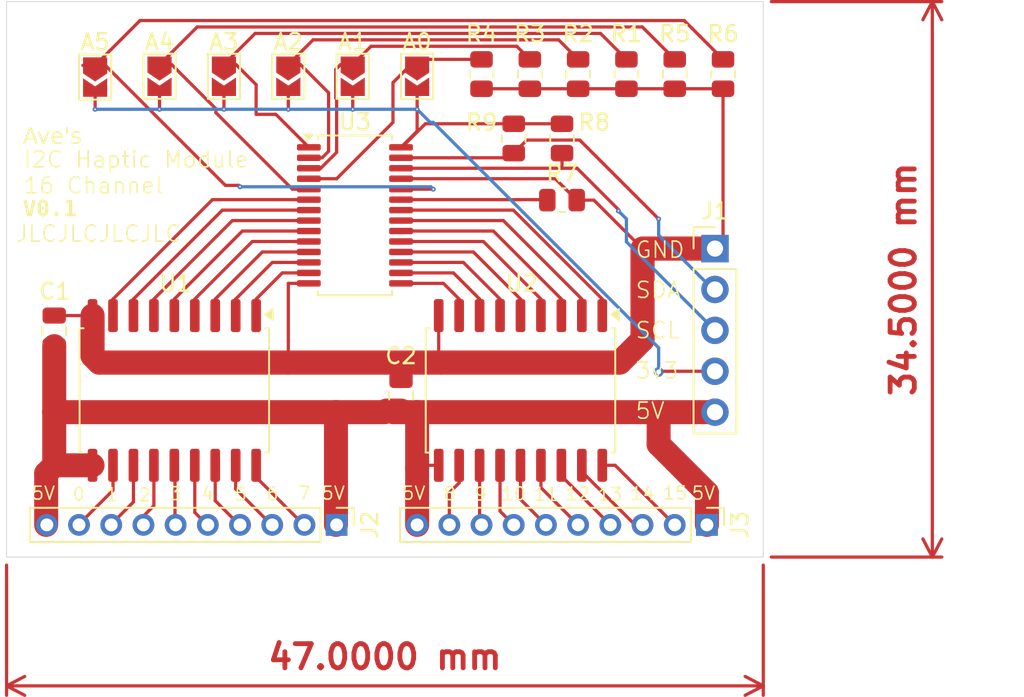
<source format=kicad_pcb>
(kicad_pcb (version 20240108) (generator "pcbnew") (generator_version "8.0")
  (layers (0 "F.Cu" signal) (31 "B.Cu" signal) (34 "B.Paste" user) (35 "F.Paste" user) (36 "B.SilkS" user "B.Silkscreen") (37 "F.SilkS" user "F.Silkscreen") (38 "B.Mask" user) (39 "F.Mask" user) (44 "Edge.Cuts" user))
  (net 0 "")
  (net 1 "MCU_GND")
  (net 2 "MCU_5V+")
  (net 3 "MCU_SCL")
  (net 4 "MCU_3V3+")
  (net 5 "MCU_SDA")
  (net 6 "/M0")
  (net 7 "/M2")
  (net 8 "/M3")
  (net 9 "/M1")
  (net 10 "/M10")
  (net 11 "/M11")
  (net 12 "/M9")
  (net 13 "/M8")
  (net 14 "Net-(U3-~{OE})")
  (net 15 "/M5")
  (net 16 "/M4")
  (net 17 "/Signal3")
  (net 18 "/M6")
  (net 19 "/Signal5")
  (net 20 "/Signal6")
  (net 21 "/Signal1")
  (net 22 "/Signal4")
  (net 23 "/Signal2")
  (net 24 "/Signal7")
  (net 25 "/Signal0")
  (net 26 "/M7")
  (net 27 "/M13")
  (net 28 "/Signal9")
  (net 29 "/Signal14")
  (net 30 "/Signal12")
  (net 31 "/Signal11")
  (net 32 "/Signal13")
  (net 33 "/Signal10")
  (net 34 "/M15")
  (net 35 "/M12")
  (net 36 "/Signal15")
  (net 37 "/M14")
  (net 38 "/Signal8")
  (net 39 "Net-(A0-A)")
  (net 40 "Net-(A1-A)")
  (net 41 "Net-(A2-A)")
  (net 42 "Net-(A3-A)")
  (net 43 "Net-(A4-A)")
  (net 44 "Net-(A5-A)")
  (footprint "Package_SO:SOIC-18W_7.5x11.6mm_P1.27mm" (layer "F.Cu") (at 90.42 136.65 -90)
    (property "Reference" "U1" (at -6.65 -0.08 180) (layer "F.SilkS"))
    (property "Value" "ULN2803A")
    (pad "1" smd roundrect (at -4.65 -5.08 270) (size 2.05 0.6) (layers "F.Cu" "F.Paste" "F.Mask") (net 24 "/Signal7"))
    (pad "2" smd roundrect (at -4.65 -3.81 270) (size 2.05 0.6) (layers "F.Cu" "F.Paste" "F.Mask") (net 20 "/Signal6"))
    (pad "3" smd roundrect (at -4.65 -2.54 270) (size 2.05 0.6) (layers "F.Cu" "F.Paste" "F.Mask") (net 19 "/Signal5"))
    (pad "4" smd roundrect (at -4.65 -1.27 270) (size 2.05 0.6) (layers "F.Cu" "F.Paste" "F.Mask") (net 22 "/Signal4"))
    (pad "5" smd roundrect (at -4.65 0 270) (size 2.05 0.6) (layers "F.Cu" "F.Paste" "F.Mask") (net 17 "/Signal3"))
    (pad "6" smd roundrect (at -4.65 1.27 270) (size 2.05 0.6) (layers "F.Cu" "F.Paste" "F.Mask") (net 23 "/Signal2"))
    (pad "7" smd roundrect (at -4.65 2.54 270) (size 2.05 0.6) (layers "F.Cu" "F.Paste" "F.Mask") (net 21 "/Signal1"))
    (pad "8" smd roundrect (at -4.65 3.81 270) (size 2.05 0.6) (layers "F.Cu" "F.Paste" "F.Mask") (net 25 "/Signal0"))
    (pad "9" smd roundrect (at -4.65 5.08 270) (size 2.05 0.6) (layers "F.Cu" "F.Paste" "F.Mask") (net 1 "MCU_GND"))
    (pad "10" smd roundrect (at 4.65 5.08 270) (size 2.05 0.6) (layers "F.Cu" "F.Paste" "F.Mask") (net 2 "MCU_5V+"))
    (pad "11" smd roundrect (at 4.65 3.81 270) (size 2.05 0.6) (layers "F.Cu" "F.Paste" "F.Mask") (net 6 "/M0"))
    (pad "12" smd roundrect (at 4.65 2.54 270) (size 2.05 0.6) (layers "F.Cu" "F.Paste" "F.Mask") (net 9 "/M1"))
    (pad "13" smd roundrect (at 4.65 1.27 270) (size 2.05 0.6) (layers "F.Cu" "F.Paste" "F.Mask") (net 7 "/M2"))
    (pad "14" smd roundrect (at 4.65 0 270) (size 2.05 0.6) (layers "F.Cu" "F.Paste" "F.Mask") (net 8 "/M3"))
    (pad "15" smd roundrect (at 4.65 -1.27 270) (size 2.05 0.6) (layers "F.Cu" "F.Paste" "F.Mask") (net 16 "/M4"))
    (pad "16" smd roundrect (at 4.65 -2.54 270) (size 2.05 0.6) (layers "F.Cu" "F.Paste" "F.Mask") (net 15 "/M5"))
    (pad "17" smd roundrect (at 4.65 -3.81 270) (size 2.05 0.6) (layers "F.Cu" "F.Paste" "F.Mask") (net 18 "/M6"))
    (pad "18" smd roundrect (at 4.65 -5.08 270) (size 2.05 0.6) (layers "F.Cu" "F.Paste" "F.Mask") (net 26 "/M7"))
  )
  (footprint "Resistor_SMD:R_0805_2012Metric" (layer "F.Cu") (at 111.5 121 -90)
    (property "Reference" "R9" (at -1 2 180) (layer "F.SilkS"))
    (property "Value" "1k")
    (pad "1" smd roundrect (at -0.9125 0 270) (size 1.025 1.4) (layers "F.Cu" "F.Paste" "F.Mask") (roundrect_rratio 0.243902) (net 4 "MCU_3V3+"))
    (pad "2" smd roundrect (at 0.9125 0 270) (size 1.025 1.4) (layers "F.Cu" "F.Paste" "F.Mask") (roundrect_rratio 0.243902) (net 5 "MCU_SDA"))
  )
  (footprint "Connector_PinHeader_2.00mm:PinHeader_1x10_P2.00mm_Vertical" (layer "F.Cu") (at 123.5 145 -90)
    (property "Reference" "J3" (at 0 -2.06 90) (layer "F.SilkS"))
    (property "Value" "JST_XH_FEMALE_1")
    (pad "1" thru_hole rect (at 0 0 270) (size 1.35 1.35) (drill 0.8) (layers "*.Cu" "*.Mask") (net 2 "MCU_5V+"))
    (pad "2" thru_hole oval (at 0 2 270) (size 1.35 1.35) (drill 0.8) (layers "*.Cu" "*.Mask") (net 34 "/M15"))
    (pad "3" thru_hole oval (at 0 4 270) (size 1.35 1.35) (drill 0.8) (layers "*.Cu" "*.Mask") (net 37 "/M14"))
    (pad "4" thru_hole oval (at 0 6 270) (size 1.35 1.35) (drill 0.8) (layers "*.Cu" "*.Mask") (net 27 "/M13"))
    (pad "5" thru_hole oval (at 0 8 270) (size 1.35 1.35) (drill 0.8) (layers "*.Cu" "*.Mask") (net 35 "/M12"))
    (pad "6" thru_hole oval (at 0 10 270) (size 1.35 1.35) (drill 0.8) (layers "*.Cu" "*.Mask") (net 11 "/M11"))
    (pad "7" thru_hole oval (at 0 12 270) (size 1.35 1.35) (drill 0.8) (layers "*.Cu" "*.Mask") (net 10 "/M10"))
    (pad "8" thru_hole oval (at 0 14 270) (size 1.35 1.35) (drill 0.8) (layers "*.Cu" "*.Mask") (net 12 "/M9"))
    (pad "9" thru_hole oval (at 0 16 270) (size 1.35 1.35) (drill 0.8) (layers "*.Cu" "*.Mask") (net 13 "/M8"))
    (pad "10" thru_hole oval (at 0 18 270) (size 1.35 1.35) (drill 0.8) (layers "*.Cu" "*.Mask") (net 2 "MCU_5V+"))
  )
  (footprint "Resistor_SMD:R_0805_2012Metric" (layer "F.Cu") (at 121.5 117 -90)
    (property "Reference" "R5" (at -2.5 0 180) (layer "F.SilkS"))
    (property "Value" "10k")
    (pad "1" smd roundrect (at -0.9125 0 270) (size 1.025 1.4) (layers "F.Cu" "F.Paste" "F.Mask") (roundrect_rratio 0.243902) (net 43 "Net-(A4-A)"))
    (pad "2" smd roundrect (at 0.9125 0 270) (size 1.025 1.4) (layers "F.Cu" "F.Paste" "F.Mask") (roundrect_rratio 0.243902) (net 1 "MCU_GND"))
  )
  (footprint "Jumper:SolderJumper-2_P1.3mm_Open_TrianglePad1.0x1.5mm" (layer "F.Cu") (at 97.5 117.1375 -90)
    (property "Reference" "A2" (at -2.1375 0 0) (layer "F.SilkS"))
    (property "Value" "A0")
    (pad "1" smd custom (at -0.725 0 270) (size 0.3 0.3) (layers "F.Cu" "F.Mask") (net 41 "Net-(A2-A)") (options (clearance outline) (anchor rect)) (primitives (gr_poly (pts (xy 1 0) (xy 0.5 0.75) (xy -0.5 0.75) (xy -0.5 -0.75) (xy 0.5 -0.75)) (width 0) (fill yes))))
    (pad "2" smd custom (at 0.725 0 270) (size 0.3 0.3) (layers "F.Cu" "F.Mask") (net 4 "MCU_3V3+") (options (clearance outline) (anchor rect)) (primitives (gr_poly (pts (xy 0.5 0.75) (xy -0.65 0.75) (xy -0.15 0) (xy -0.65 -0.75) (xy 0.5 -0.75)) (width 0) (fill yes))))
  )
  (footprint "Jumper:SolderJumper-2_P1.3mm_Open_TrianglePad1.0x1.5mm" (layer "F.Cu") (at 105.5 117.1375 -90)
    (property "Reference" "A0" (at -2.1375 0 360) (layer "F.SilkS"))
    (property "Value" "A0")
    (pad "1" smd custom (at -0.725 0 270) (size 0.3 0.3) (layers "F.Cu" "F.Mask") (net 39 "Net-(A0-A)") (options (clearance outline) (anchor rect)) (primitives (gr_poly (pts (xy 1 0) (xy 0.5 0.75) (xy -0.5 0.75) (xy -0.5 -0.75) (xy 0.5 -0.75)) (width 0) (fill yes))))
    (pad "2" smd custom (at 0.725 0 270) (size 0.3 0.3) (layers "F.Cu" "F.Mask") (net 4 "MCU_3V3+") (options (clearance outline) (anchor rect)) (primitives (gr_poly (pts (xy 0.5 0.75) (xy -0.65 0.75) (xy -0.15 0) (xy -0.65 -0.75) (xy 0.5 -0.75)) (width 0) (fill yes))))
  )
  (footprint "Resistor_SMD:R_0805_2012Metric" (layer "F.Cu") (at 109.5 117 -90)
    (property "Reference" "R4" (at -2.5 0 180) (layer "F.SilkS"))
    (property "Value" "10k")
    (pad "1" smd roundrect (at -0.9125 0 270) (size 1.025 1.4) (layers "F.Cu" "F.Paste" "F.Mask") (roundrect_rratio 0.243902) (net 39 "Net-(A0-A)"))
    (pad "2" smd roundrect (at 0.9125 0 270) (size 1.025 1.4) (layers "F.Cu" "F.Paste" "F.Mask") (roundrect_rratio 0.243902) (net 1 "MCU_GND"))
  )
  (footprint "Resistor_SMD:R_0805_2012Metric" (layer "F.Cu") (at 114.498315 124.830109)
    (property "Reference" "R7" (at 0 -1.65 360) (layer "F.SilkS"))
    (property "Value" "10k")
    (pad "1" smd roundrect (at -0.9125 0) (size 1.025 1.4) (layers "F.Cu" "F.Paste" "F.Mask") (roundrect_rratio 0.243902) (net 14 "Net-(U3-~{OE})"))
    (pad "2" smd roundrect (at 0.9125 0) (size 1.025 1.4) (layers "F.Cu" "F.Paste" "F.Mask") (roundrect_rratio 0.243902) (net 1 "MCU_GND"))
  )
  (footprint "Resistor_SMD:R_0805_2012Metric" (layer "F.Cu") (at 124.5 117 -90)
    (property "Reference" "R6" (at -2.5 0 180) (layer "F.SilkS"))
    (property "Value" "10k")
    (pad "1" smd roundrect (at -0.9125 0 270) (size 1.025 1.4) (layers "F.Cu" "F.Paste" "F.Mask") (roundrect_rratio 0.243902) (net 44 "Net-(A5-A)"))
    (pad "2" smd roundrect (at 0.9125 0 270) (size 1.025 1.4) (layers "F.Cu" "F.Paste" "F.Mask") (roundrect_rratio 0.243902) (net 1 "MCU_GND"))
  )
  (footprint "Jumper:SolderJumper-2_P1.3mm_Open_TrianglePad1.0x1.5mm" (layer "F.Cu") (at 85.5 117.1875 -90)
    (property "Reference" "A5" (at -2.1875 0 360) (layer "F.SilkS"))
    (property "Value" "A0")
    (pad "1" smd custom (at -0.725 0 270) (size 0.3 0.3) (layers "F.Cu" "F.Mask") (net 44 "Net-(A5-A)") (options (clearance outline) (anchor rect)) (primitives (gr_poly (pts (xy 1 0) (xy 0.5 0.75) (xy -0.5 0.75) (xy -0.5 -0.75) (xy 0.5 -0.75)) (width 0) (fill yes))))
    (pad "2" smd custom (at 0.725 0 270) (size 0.3 0.3) (layers "F.Cu" "F.Mask") (net 4 "MCU_3V3+") (options (clearance outline) (anchor rect)) (primitives (gr_poly (pts (xy 0.5 0.75) (xy -0.65 0.75) (xy -0.15 0) (xy -0.65 -0.75) (xy 0.5 -0.75)) (width 0) (fill yes))))
  )
  (footprint "Connector_PinHeader_2.00mm:PinHeader_1x10_P2.00mm_Vertical" (layer "F.Cu") (at 100.5 145 -90)
    (property "Reference" "J2" (at 0 -2.06 90) (layer "F.SilkS"))
    (property "Value" "JST_XH_FEMALE")
    (pad "1" thru_hole rect (at 0 0 270) (size 1.35 1.35) (drill 0.8) (layers "*.Cu" "*.Mask") (net 2 "MCU_5V+"))
    (pad "2" thru_hole oval (at 0 2 270) (size 1.35 1.35) (drill 0.8) (layers "*.Cu" "*.Mask") (net 26 "/M7"))
    (pad "3" thru_hole oval (at 0 4 270) (size 1.35 1.35) (drill 0.8) (layers "*.Cu" "*.Mask") (net 18 "/M6"))
    (pad "4" thru_hole oval (at 0 6 270) (size 1.35 1.35) (drill 0.8) (layers "*.Cu" "*.Mask") (net 15 "/M5"))
    (pad "5" thru_hole oval (at 0 8 270) (size 1.35 1.35) (drill 0.8) (layers "*.Cu" "*.Mask") (net 16 "/M4"))
    (pad "6" thru_hole oval (at 0 10 270) (size 1.35 1.35) (drill 0.8) (layers "*.Cu" "*.Mask") (net 8 "/M3"))
    (pad "7" thru_hole oval (at 0 12 270) (size 1.35 1.35) (drill 0.8) (layers "*.Cu" "*.Mask") (net 7 "/M2"))
    (pad "8" thru_hole oval (at 0 14 270) (size 1.35 1.35) (drill 0.8) (layers "*.Cu" "*.Mask") (net 9 "/M1"))
    (pad "9" thru_hole oval (at 0 16 270) (size 1.35 1.35) (drill 0.8) (layers "*.Cu" "*.Mask") (net 6 "/M0"))
    (pad "10" thru_hole oval (at 0 18 270) (size 1.35 1.35) (drill 0.8) (layers "*.Cu" "*.Mask") (net 2 "MCU_5V+"))
  )
  (footprint "Resistor_SMD:R_0805_2012Metric" (layer "F.Cu") (at 115.5 117 -90)
    (property "Reference" "R2" (at -2.5 0 180) (layer "F.SilkS"))
    (property "Value" "10k")
    (pad "1" smd roundrect (at -0.9125 0 270) (size 1.025 1.4) (layers "F.Cu" "F.Paste" "F.Mask") (roundrect_rratio 0.243902) (net 41 "Net-(A2-A)"))
    (pad "2" smd roundrect (at 0.9125 0 270) (size 1.025 1.4) (layers "F.Cu" "F.Paste" "F.Mask") (roundrect_rratio 0.243902) (net 1 "MCU_GND"))
  )
  (footprint "Capacitor_SMD:C_0805_2012Metric" (layer "F.Cu") (at 82.96 132.95 -90)
    (property "Reference" "C1" (at -2.45 -0.04 180) (layer "F.SilkS"))
    (property "Value" "0.1uF")
    (pad "1" smd roundrect (at -0.95 0 270) (size 1 1.45) (layers "F.Cu" "F.Paste" "F.Mask") (net 1 "MCU_GND"))
    (pad "2" smd roundrect (at 0.95 0 270) (size 1 1.45) (layers "F.Cu" "F.Paste" "F.Mask") (net 2 "MCU_5V+"))
  )
  (footprint "Resistor_SMD:R_0805_2012Metric" (layer "F.Cu") (at 118.5 117 -90)
    (property "Reference" "R1" (at -2.5 0 180) (layer "F.SilkS"))
    (property "Value" "10k")
    (pad "1" smd roundrect (at -0.9125 0 270) (size 1.025 1.4) (layers "F.Cu" "F.Paste" "F.Mask") (roundrect_rratio 0.243902) (net 42 "Net-(A3-A)"))
    (pad "2" smd roundrect (at 0.9125 0 270) (size 1.025 1.4) (layers "F.Cu" "F.Paste" "F.Mask") (roundrect_rratio 0.243902) (net 1 "MCU_GND"))
  )
  (footprint "Jumper:SolderJumper-2_P1.3mm_Open_TrianglePad1.0x1.5mm" (layer "F.Cu") (at 101.5 117.1375 -90)
    (property "Reference" "A1" (at -2.1375 0 0) (layer "F.SilkS"))
    (property "Value" "A0")
    (pad "1" smd custom (at -0.725 0 270) (size 0.3 0.3) (layers "F.Cu" "F.Mask") (net 40 "Net-(A1-A)") (options (clearance outline) (anchor rect)) (primitives (gr_poly (pts (xy 1 0) (xy 0.5 0.75) (xy -0.5 0.75) (xy -0.5 -0.75) (xy 0.5 -0.75)) (width 0) (fill yes))))
    (pad "2" smd custom (at 0.725 0 270) (size 0.3 0.3) (layers "F.Cu" "F.Mask") (net 4 "MCU_3V3+") (options (clearance outline) (anchor rect)) (primitives (gr_poly (pts (xy 0.5 0.75) (xy -0.65 0.75) (xy -0.15 0) (xy -0.65 -0.75) (xy 0.5 -0.75)) (width 0) (fill yes))))
  )
  (footprint "Resistor_SMD:R_0805_2012Metric" (layer "F.Cu") (at 114.5 121 -90)
    (property "Reference" "R8" (at -1 -2 180) (layer "F.SilkS"))
    (property "Value" "1k")
    (pad "1" smd roundrect (at -0.9125 0 270) (size 1.025 1.4) (layers "F.Cu" "F.Paste" "F.Mask") (roundrect_rratio 0.243902) (net 4 "MCU_3V3+"))
    (pad "2" smd roundrect (at 0.9125 0 270) (size 1.025 1.4) (layers "F.Cu" "F.Paste" "F.Mask") (roundrect_rratio 0.243902) (net 3 "MCU_SCL"))
  )
  (footprint "Package_SO:TSSOP-28_4.4x9.7mm_P0.65mm" (layer "F.Cu") (at 101.6375 125.775)
    (property "Reference" "U3" (at 0 -5.8 0) (layer "F.SilkS"))
    (property "Value" "PCA9685PW")
    (pad "1" smd roundrect (at -2.8625 -4.225) (size 1.475 0.4) (layers "F.Cu" "F.Paste" "F.Mask") (net 42 "Net-(A3-A)"))
    (pad "2" smd roundrect (at -2.8625 -3.575) (size 1.475 0.4) (layers "F.Cu" "F.Paste" "F.Mask") (net 41 "Net-(A2-A)"))
    (pad "3" smd roundrect (at -2.8625 -2.925) (size 1.475 0.4) (layers "F.Cu" "F.Paste" "F.Mask") (net 40 "Net-(A1-A)"))
    (pad "4" smd roundrect (at -2.8625 -2.275) (size 1.475 0.4) (layers "F.Cu" "F.Paste" "F.Mask") (net 39 "Net-(A0-A)"))
    (pad "5" smd roundrect (at -2.8625 -1.625) (size 1.475 0.4) (layers "F.Cu" "F.Paste" "F.Mask") (net 43 "Net-(A4-A)"))
    (pad "6" smd roundrect (at -2.8625 -0.975) (size 1.475 0.4) (layers "F.Cu" "F.Paste" "F.Mask") (net 25 "/Signal0"))
    (pad "7" smd roundrect (at -2.8625 -0.325) (size 1.475 0.4) (layers "F.Cu" "F.Paste" "F.Mask") (net 21 "/Signal1"))
    (pad "8" smd roundrect (at -2.8625 0.325) (size 1.475 0.4) (layers "F.Cu" "F.Paste" "F.Mask") (net 23 "/Signal2"))
    (pad "9" smd roundrect (at -2.8625 0.975) (size 1.475 0.4) (layers "F.Cu" "F.Paste" "F.Mask") (net 17 "/Signal3"))
    (pad "10" smd roundrect (at -2.8625 1.625) (size 1.475 0.4) (layers "F.Cu" "F.Paste" "F.Mask") (net 22 "/Signal4"))
    (pad "11" smd roundrect (at -2.8625 2.275) (size 1.475 0.4) (layers "F.Cu" "F.Paste" "F.Mask") (net 19 "/Signal5"))
    (pad "12" smd roundrect (at -2.8625 2.925) (size 1.475 0.4) (layers "F.Cu" "F.Paste" "F.Mask") (net 20 "/Signal6"))
    (pad "13" smd roundrect (at -2.8625 3.575) (size 1.475 0.4) (layers "F.Cu" "F.Paste" "F.Mask") (net 24 "/Signal7"))
    (pad "14" smd roundrect (at -2.8625 4.225) (size 1.475 0.4) (layers "F.Cu" "F.Paste" "F.Mask") (net 1 "MCU_GND"))
    (pad "15" smd roundrect (at 2.8625 4.225) (size 1.475 0.4) (layers "F.Cu" "F.Paste" "F.Mask") (net 38 "/Signal8"))
    (pad "16" smd roundrect (at 2.8625 3.575) (size 1.475 0.4) (layers "F.Cu" "F.Paste" "F.Mask") (net 28 "/Signal9"))
    (pad "17" smd roundrect (at 2.8625 2.925) (size 1.475 0.4) (layers "F.Cu" "F.Paste" "F.Mask") (net 33 "/Signal10"))
    (pad "18" smd roundrect (at 2.8625 2.275) (size 1.475 0.4) (layers "F.Cu" "F.Paste" "F.Mask") (net 31 "/Signal11"))
    (pad "19" smd roundrect (at 2.8625 1.625) (size 1.475 0.4) (layers "F.Cu" "F.Paste" "F.Mask") (net 30 "/Signal12"))
    (pad "20" smd roundrect (at 2.8625 0.975) (size 1.475 0.4) (layers "F.Cu" "F.Paste" "F.Mask") (net 32 "/Signal13"))
    (pad "21" smd roundrect (at 2.8625 0.325) (size 1.475 0.4) (layers "F.Cu" "F.Paste" "F.Mask") (net 29 "/Signal14"))
    (pad "22" smd roundrect (at 2.8625 -0.325) (size 1.475 0.4) (layers "F.Cu" "F.Paste" "F.Mask") (net 36 "/Signal15"))
    (pad "23" smd roundrect (at 2.8625 -0.975) (size 1.475 0.4) (layers "F.Cu" "F.Paste" "F.Mask") (net 14 "Net-(U3-~{OE})"))
    (pad "24" smd roundrect (at 2.8625 -1.625) (size 1.475 0.4) (layers "F.Cu" "F.Paste" "F.Mask") (net 44 "Net-(A5-A)"))
    (pad "25" smd roundrect (at 2.8625 -2.275) (size 1.475 0.4) (layers "F.Cu" "F.Paste" "F.Mask") (net 1 "MCU_GND"))
    (pad "26" smd roundrect (at 2.8625 -2.925) (size 1.475 0.4) (layers "F.Cu" "F.Paste" "F.Mask") (net 3 "MCU_SCL"))
    (pad "27" smd roundrect (at 2.8625 -3.575) (size 1.475 0.4) (layers "F.Cu" "F.Paste" "F.Mask") (net 5 "MCU_SDA"))
    (pad "28" smd roundrect (at 2.8625 -4.225) (size 1.475 0.4) (layers "F.Cu" "F.Paste" "F.Mask") (net 4 "MCU_3V3+"))
  )
  (footprint "Resistor_SMD:R_0805_2012Metric" (layer "F.Cu") (at 112.5 117 -90)
    (property "Reference" "R3" (at -2.5 0 180) (layer "F.SilkS"))
    (property "Value" "10k")
    (pad "1" smd roundrect (at -0.9125 0 270) (size 1.025 1.4) (layers "F.Cu" "F.Paste" "F.Mask") (roundrect_rratio 0.243902) (net 40 "Net-(A1-A)"))
    (pad "2" smd roundrect (at 0.9125 0 270) (size 1.025 1.4) (layers "F.Cu" "F.Paste" "F.Mask") (roundrect_rratio 0.243902) (net 1 "MCU_GND"))
  )
  (footprint "Package_SO:SOIC-18W_7.5x11.6mm_P1.27mm" (layer "F.Cu") (at 111.92 136.65 -90)
    (property "Reference" "U2" (at -6.65 -0.08 180) (layer "F.SilkS"))
    (property "Value" "ULN2803A")
    (pad "1" smd roundrect (at -4.65 -5.08 270) (size 2.05 0.6) (layers "F.Cu" "F.Paste" "F.Mask") (net 36 "/Signal15"))
    (pad "2" smd roundrect (at -4.65 -3.81 270) (size 2.05 0.6) (layers "F.Cu" "F.Paste" "F.Mask") (net 29 "/Signal14"))
    (pad "3" smd roundrect (at -4.65 -2.54 270) (size 2.05 0.6) (layers "F.Cu" "F.Paste" "F.Mask") (net 32 "/Signal13"))
    (pad "4" smd roundrect (at -4.65 -1.27 270) (size 2.05 0.6) (layers "F.Cu" "F.Paste" "F.Mask") (net 30 "/Signal12"))
    (pad "5" smd roundrect (at -4.65 0 270) (size 2.05 0.6) (layers "F.Cu" "F.Paste" "F.Mask") (net 31 "/Signal11"))
    (pad "6" smd roundrect (at -4.65 1.27 270) (size 2.05 0.6) (layers "F.Cu" "F.Paste" "F.Mask") (net 33 "/Signal10"))
    (pad "7" smd roundrect (at -4.65 2.54 270) (size 2.05 0.6) (layers "F.Cu" "F.Paste" "F.Mask") (net 28 "/Signal9"))
    (pad "8" smd roundrect (at -4.65 3.81 270) (size 2.05 0.6) (layers "F.Cu" "F.Paste" "F.Mask") (net 38 "/Signal8"))
    (pad "9" smd roundrect (at -4.65 5.08 270) (size 2.05 0.6) (layers "F.Cu" "F.Paste" "F.Mask") (net 1 "MCU_GND"))
    (pad "10" smd roundrect (at 4.65 5.08 270) (size 2.05 0.6) (layers "F.Cu" "F.Paste" "F.Mask") (net 2 "MCU_5V+"))
    (pad "11" smd roundrect (at 4.65 3.81 270) (size 2.05 0.6) (layers "F.Cu" "F.Paste" "F.Mask") (net 13 "/M8"))
    (pad "12" smd roundrect (at 4.65 2.54 270) (size 2.05 0.6) (layers "F.Cu" "F.Paste" "F.Mask") (net 12 "/M9"))
    (pad "13" smd roundrect (at 4.65 1.27 270) (size 2.05 0.6) (layers "F.Cu" "F.Paste" "F.Mask") (net 10 "/M10"))
    (pad "14" smd roundrect (at 4.65 0 270) (size 2.05 0.6) (layers "F.Cu" "F.Paste" "F.Mask") (net 11 "/M11"))
    (pad "15" smd roundrect (at 4.65 -1.27 270) (size 2.05 0.6) (layers "F.Cu" "F.Paste" "F.Mask") (net 35 "/M12"))
    (pad "16" smd roundrect (at 4.65 -2.54 270) (size 2.05 0.6) (layers "F.Cu" "F.Paste" "F.Mask") (net 27 "/M13"))
    (pad "17" smd roundrect (at 4.65 -3.81 270) (size 2.05 0.6) (layers "F.Cu" "F.Paste" "F.Mask") (net 37 "/M14"))
    (pad "18" smd roundrect (at 4.65 -5.08 270) (size 2.05 0.6) (layers "F.Cu" "F.Paste" "F.Mask") (net 34 "/M15"))
  )
  (footprint "Jumper:SolderJumper-2_P1.3mm_Open_TrianglePad1.0x1.5mm" (layer "F.Cu") (at 93.5 117.1375 -90)
    (property "Reference" "A3" (at -2.1375 0 0) (layer "F.SilkS"))
    (property "Value" "A0")
    (pad "1" smd custom (at -0.725 0 270) (size 0.3 0.3) (layers "F.Cu" "F.Mask") (net 42 "Net-(A3-A)") (options (clearance outline) (anchor rect)) (primitives (gr_poly (pts (xy 1 0) (xy 0.5 0.75) (xy -0.5 0.75) (xy -0.5 -0.75) (xy 0.5 -0.75)) (width 0) (fill yes))))
    (pad "2" smd custom (at 0.725 0 270) (size 0.3 0.3) (layers "F.Cu" "F.Mask") (net 4 "MCU_3V3+") (options (clearance outline) (anchor rect)) (primitives (gr_poly (pts (xy 0.5 0.75) (xy -0.65 0.75) (xy -0.15 0) (xy -0.65 -0.75) (xy 0.5 -0.75)) (width 0) (fill yes))))
  )
  (footprint "Capacitor_SMD:C_0805_2012Metric" (layer "F.Cu") (at 104.5 136.95 -90)
    (property "Reference" "C2" (at -2.45 0 0) (layer "F.SilkS"))
    (property "Value" "0.1uF" (hide yes))
    (pad "1" smd roundrect (at -0.95 0 270) (size 1 1.45) (layers "F.Cu" "F.Paste" "F.Mask") (net 1 "MCU_GND"))
    (pad "2" smd roundrect (at 0.95 0 270) (size 1 1.45) (layers "F.Cu" "F.Paste" "F.Mask") (net 2 "MCU_5V+"))
  )
  (footprint "Connector_PinHeader_2.54mm:PinHeader_1x05_P2.54mm_Vertical" (layer "F.Cu") (at 124 127.84)
    (property "Reference" "J1" (at 0 -2.33 0) (layer "F.SilkS"))
    (property "Value" "Conn_01x05_Pin" (hide yes))
    (pad "1" thru_hole rect (at 0 0) (size 1.7 1.7) (drill 1) (layers "*.Cu" "*.Mask") (net 1 "MCU_GND"))
    (pad "2" thru_hole oval (at 0 2.54) (size 1.7 1.7) (drill 1) (layers "*.Cu" "*.Mask") (net 5 "MCU_SDA"))
    (pad "3" thru_hole oval (at 0 5.08) (size 1.7 1.7) (drill 1) (layers "*.Cu" "*.Mask") (net 3 "MCU_SCL"))
    (pad "4" thru_hole oval (at 0 7.62) (size 1.7 1.7) (drill 1) (layers "*.Cu" "*.Mask") (net 4 "MCU_3V3+"))
    (pad "5" thru_hole oval (at 0 10.16) (size 1.7 1.7) (drill 1) (layers "*.Cu" "*.Mask") (net 2 "MCU_5V+"))
  )
  (footprint "Jumper:SolderJumper-2_P1.3mm_Open_TrianglePad1.0x1.5mm" (layer "F.Cu") (at 89.5 117.1375 -90)
    (property "Reference" "A4" (at -2.1375 0 180) (layer "F.SilkS"))
    (property "Value" "A0")
    (pad "1" smd custom (at -0.725 0 270) (size 0.3 0.3) (layers "F.Cu" "F.Mask") (net 43 "Net-(A4-A)") (options (clearance outline) (anchor rect)) (primitives (gr_poly (pts (xy 1 0) (xy 0.5 0.75) (xy -0.5 0.75) (xy -0.5 -0.75) (xy 0.5 -0.75)) (width 0) (fill yes))))
    (pad "2" smd custom (at 0.725 0 270) (size 0.3 0.3) (layers "F.Cu" "F.Mask") (net 4 "MCU_3V3+") (options (clearance outline) (anchor rect)) (primitives (gr_poly (pts (xy 0.5 0.75) (xy -0.65 0.75) (xy -0.15 0) (xy -0.65 -0.75) (xy 0.5 -0.75)) (width 0) (fill yes))))
  )
  (gr_rect (start 80 112.5) (end 127 147) (stroke (width 0.05)) (fill none) (layer "Edge.Cuts"))
  (gr_text "SDA" (at 119 131 0) (layer "F.SilkS") (effects (font (size 1 1) (thickness 0.1)) (justify left bottom)))
  (gr_text "5V\n" (at 104.5 143.5 0) (layer "F.SilkS") (effects (font (size 0.8 0.8) (thickness 0.1)) (justify left bottom)))
  (gr_text "15" (at 120.686526 143.488245 0) (layer "F.SilkS") (effects (font (size 0.8 0.8) (thickness 0.1)) (justify left bottom)))
  (gr_text "3v3" (at 119 136 0) (layer "F.SilkS") (effects (font (size 1 1) (thickness 0.1)) (justify left bottom)))
  (gr_text "V0.1" (at 81 126 0) (layer "F.SilkS") (effects (font (size 1 1) (thickness 0.2) (bold yes)) (justify left bottom)))
  (gr_text "6" (at 96.063755 143.546213 0) (layer "F.SilkS") (effects (font (size 0.8 0.8) (thickness 0.1)) (justify left bottom)))
  (gr_text "5V\n" (at 122.5 143.5 0) (layer "F.SilkS") (effects (font (size 0.8 0.8) (thickness 0.1)) (justify left bottom)))
  (gr_text "5V\n" (at 81.5 143.5 0) (layer "F.SilkS") (effects (font (size 0.8 0.8) (thickness 0.1)) (justify left bottom)))
  (gr_text "2" (at 88.152751 143.606718 0) (layer "F.SilkS") (effects (font (size 0.8 0.8) (thickness 0.1)) (justify left bottom)))
  (gr_text "3" (at 90.058653 143.531087 0) (layer "F.SilkS") (effects (font (size 0.8 0.8) (thickness 0.1)) (justify left bottom)))
  (gr_text "9" (at 109 143.558834 0) (layer "F.SilkS") (effects (font (size 0.8 0.8) (thickness 0.1)) (justify left bottom)))
  (gr_text "8" (at 107.072943 143.538665 0) (layer "F.SilkS") (effects (font (size 0.8 0.8) (thickness 0.1)) (justify left bottom)))
  (gr_text "12" (at 114.646129 143.538665 0) (layer "F.SilkS") (effects (font (size 0.8 0.8) (thickness 0.1)) (justify left bottom)))
  (gr_text "7" (at 98.045288 143.500835 0) (layer "F.SilkS") (effects (font (size 0.8 0.8) (thickness 0.1)) (justify left bottom)))
  (gr_text "5V\n" (at 119 138.5 0) (layer "F.SilkS") (effects (font (size 1 1) (thickness 0.1)) (justify left bottom)))
  (gr_text "4" (at 92.040185 143.546213 0) (layer "F.SilkS") (effects (font (size 0.8 0.8) (thickness 0.1)) (justify left bottom)))
  (gr_text "I2C Haptic Module\n16 Channel " (at 81 124.5 0) (layer "F.SilkS") (effects (font (size 1 1) (thickness 0.1)) (justify left bottom)))
  (gr_text "5V\n" (at 99.5 143.5 0) (layer "F.SilkS") (effects (font (size 0.8 0.8) (thickness 0.1)) (justify left bottom)))
  (gr_text "0" (at 84.038424 143.56134 0) (layer "F.SilkS") (effects (font (size 0.8 0.8) (thickness 0.1)) (justify left bottom)))
  (gr_text "1" (at 86.095588 143.591592 0) (layer "F.SilkS") (effects (font (size 0.8 0.8) (thickness 0.1)) (justify left bottom)))
  (gr_text "13" (at 116.652872 143.579002 0) (layer "F.SilkS") (effects (font (size 0.8 0.8) (thickness 0.1)) (justify left bottom)))
  (gr_text "5" (at 94.097349 143.576466 0) (layer "F.SilkS") (effects (font (size 0.8 0.8) (thickness 0.1)) (justify left bottom)))
  (gr_text "11" (at 112.669638 143.579002 0) (layer "F.SilkS") (effects (font (size 0.8 0.8) (thickness 0.1)) (justify left bottom)))
  (gr_text "Ave's" (at 81 121.5 0) (layer "F.SilkS") (effects (font (size 1 1) (thickness 0.1)) (justify left bottom)))
  (gr_text "JLCJLCJLCJLC" (at 80.5 127.5 0) (layer "F.SilkS") (effects (font (size 1 1) (thickness 0.1)) (justify left bottom)))
  (gr_text "14" (at 118.679783 143.528581 0) (layer "F.SilkS") (effects (font (size 0.8 0.8) (thickness 0.1)) (justify left bottom)))
  (gr_text "GND" (at 119 128.5 0) (layer "F.SilkS") (effects (font (size 1 1) (thickness 0.1)) (justify left bottom)))
  (gr_text "10" (at 110.67298 143.538665 0) (layer "F.SilkS") (effects (font (size 0.8 0.8) (thickness 0.1)) (justify left bottom)))
  (gr_text "SCL" (at 119 133.5 0) (layer "F.SilkS") (effects (font (size 1 1) (thickness 0.1)) (justify left bottom)))
  (dimension (type aligned) (layer "F.Cu") (pts (xy 127 147) (xy 80 147)) (height -8) (gr_text "47.0000 mm" (at 103.5 153.2 0) (layer "F.Cu") (effects (font (size 1.5 1.5) (thickness 0.3)))) (format (prefix "") (suffix "") (units 3) (units_format 1) (precision 4)) (style (thickness 0.2) (arrow_length 1.27) (text_position_mode 0) (extension_height 0.58642) (extension_offset 0.5) keep_text_aligned))
  (dimension (type aligned) (layer "F.Cu") (pts (xy 127 147) (xy 127 112.5)) (height 10.5) (gr_text "34.5000 mm" (at 135.7 129.75 90) (layer "F.Cu") (effects (font (size 1.5 1.5) (thickness 0.3)))) (format (prefix "") (suffix "") (units 3) (units_format 1) (precision 4)) (style (thickness 0.2) (arrow_length 1.27) (text_position_mode 0) (extension_height 0.58642) (extension_offset 0.5) keep_text_aligned))
  (segment (start 97.5 130) (end 97.5 134.92) (width 0.2) (layer "F.Cu") (net 1))
  (segment (start 119.511043 127.84) (end 124 127.84) (width 1.5) (layer "F.Cu") (net 1))
  (segment (start 116.479066 124.830109) (end 119.5 127.851043) (width 0.2) (layer "F.Cu") (net 1))
  (segment (start 118.5 117.9125) (end 121.5 117.9125) (width 0.2) (layer "F.Cu") (net 1))
  (segment (start 119.5 127.851043) (end 119.511043 127.84) (width 0.2) (layer "F.Cu") (net 1))
  (segment (start 112.5 117.9125) (end 115.5 117.9125) (width 0.2) (layer "F.Cu") (net 1))
  (segment (start 118.5 117.9125) (end 115.5 117.9125) (width 0.2) (layer "F.Cu") (net 1))
  (segment (start 124.5 117.9125) (end 124.5 127.34) (width 0.2) (layer "F.Cu") (net 1))
  (segment (start 103.5 134.92) (end 97.5 134.92) (width 1.5) (layer "F.Cu") (net 1))
  (segment (start 106.84 134.76) (end 107 134.92) (width 0.2) (layer "F.Cu") (net 1))
  (segment (start 106.84 132.7) (end 106.84 131.34) (width 0.2) (layer "F.Cu") (net 1))
  (segment (start 109.5 117.9125) (end 112.5 117.9125) (width 0.2) (layer "F.Cu") (net 1))
  (segment (start 119.5 133.5) (end 119.5 127.851043) (width 1.5) (layer "F.Cu") (net 1))
  (segment (start 124.5 117.9125) (end 121.5 117.9125) (width 0.2) (layer "F.Cu") (net 1))
  (segment (start 85.34 134.5) (end 85.76 134.92) (width 1.5) (layer "F.Cu") (net 1))
  (segment (start 82.96 132) (end 85.34 132) (width 0.2) (layer "F.Cu") (net 1))
  (segment (start 118.08 134.92) (end 119.5 133.5) (width 1.5) (layer "F.Cu") (net 1))
  (segment (start 107 134.92) (end 118.08 134.92) (width 1.5) (layer "F.Cu") (net 1))
  (segment (start 107 134.92) (end 103.5 134.92) (width 1.5) (layer "F.Cu") (net 1))
  (segment (start 115.410815 124.830109) (end 116.479066 124.830109) (width 0.2) (layer "F.Cu") (net 1))
  (segment (start 85.34 132) (end 85.34 134.5) (width 1.5) (layer "F.Cu") (net 1))
  (segment (start 104.5 136) (end 104.5 134.92) (width 0.2) (layer "F.Cu") (net 1))
  (segment (start 106.84 132) (end 106.84 134.76) (width 0.2) (layer "F.Cu") (net 1))
  (segment (start 124.5 127.34) (end 124 127.84) (width 0.2) (layer "F.Cu") (net 1))
  (segment (start 114.080706 123.5) (end 115.410815 124.830109) (width 0.2) (layer "F.Cu") (net 1))
  (segment (start 85.76 134.92) (end 97.5 134.92) (width 1.5) (layer "F.Cu") (net 1))
  (segment (start 104.5 123.5) (end 114.080706 123.5) (width 0.2) (layer "F.Cu") (net 1))
  (segment (start 98.775 130) (end 97.5 130) (width 0.2) (layer "F.Cu") (net 1))
  (segment (start 100.46 138) (end 100.46 145) (width 1.49) (layer "F.Cu") (net 2))
  (segment (start 120 138) (end 120.5 138) (width 1.49) (layer "F.Cu") (net 2))
  (segment (start 103.6 137.9) (end 104.5 137.9) (width 1.49) (layer "F.Cu") (net 2))
  (segment (start 106.84 141.3) (end 105.7 141.3) (width 0.2) (layer "F.Cu") (net 2))
  (segment (start 105.5 145) (end 105.5 141.5) (width 1.49) (layer "F.Cu") (net 2))
  (segment (start 100.46 138) (end 103.5 138) (width 1.49) (layer "F.Cu") (net 2))
  (segment (start 105.5 138) (end 120 138) (width 1.49) (layer "F.Cu") (net 2))
  (segment (start 82.46 141.8) (end 82.96 141.3) (width 1.49) (layer "F.Cu") (net 2))
  (segment (start 82.96 138) (end 82.96 141.3) (width 1.49) (layer "F.Cu") (net 2))
  (segment (start 105.7 141.3) (end 105.5 141.5) (width 0.2) (layer "F.Cu") (net 2))
  (segment (start 123.5 143) (end 123.5 145) (width 1.49) (layer "F.Cu") (net 2))
  (segment (start 85.34 141.3) (end 82.96 141.3) (width 1.49) (layer "F.Cu") (net 2))
  (segment (start 120.5 140) (end 120.5 138) (width 1.49) (layer "F.Cu") (net 2))
  (segment (start 103.5 138) (end 103.6 137.9) (width 0.2) (layer "F.Cu") (net 2))
  (segment (start 104 138) (end 105.5 138) (width 1.49) (layer "F.Cu") (net 2))
  (segment (start 82.46 145) (end 82.46 141.8) (width 1.49) (layer "F.Cu") (net 2))
  (segment (start 123.5 143) (end 120.5 140) (width 1.49) (layer "F.Cu") (net 2))
  (segment (start 82.96 138) (end 100.46 138) (width 1.49) (layer "F.Cu") (net 2))
  (segment (start 105.5 141.5) (end 105.5 138) (width 1.49) (layer "F.Cu") (net 2))
  (segment (start 120.5 138) (end 124 138) (width 1.49) (layer "F.Cu") (net 2))
  (segment (start 104.5 138) (end 105 138) (width 0.2) (layer "F.Cu") (net 2))
  (segment (start 82.96 133.9) (end 82.96 138) (width 1.49) (layer "F.Cu") (net 2))
  (segment (start 118 125.5) (end 118 125.4125) (width 0.2) (layer "F.Cu") (net 3))
  (segment (start 115.4375 122.85) (end 114.5 122.85) (width 0.2) (layer "F.Cu") (net 3))
  (segment (start 104.5 122.85) (end 114.5 122.85) (width 0.2) (layer "F.Cu") (net 3))
  (segment (start 114.5 122.85) (end 114.5 121.9125) (width 0.2) (layer "F.Cu") (net 3))
  (segment (start 118 125.4125) (end 115.4375 122.85) (width 0.2) (layer "F.Cu") (net 3))
  (via micro (at 118 125.5) (size 0.3) (drill 0.1) (layers "F.Cu" "B.Cu") (net 3))
  (segment (start 118.5 127.42) (end 124 132.92) (width 0.2) (layer "B.Cu") (net 3))
  (segment (start 118 125.5) (end 118.5 126) (width 0.2) (layer "B.Cu") (net 3))
  (segment (start 118.5 126) (end 118.5 127.42) (width 0.2) (layer "B.Cu") (net 3))
  (segment (start 124 135.46) (end 120.54 135.46) (width 0.2) (layer "F.Cu") (net 4))
  (segment (start 120.54 135.46) (end 120.5 135.5) (width 0.2) (layer "F.Cu") (net 4))
  (segment (start 104.5 121.55) (end 104.55 121.55) (width 0.2) (layer "F.Cu") (net 4))
  (segment (start 105.5 119) (end 105.5 119.1875) (width 0.2) (layer "F.Cu") (net 4))
  (segment (start 101.5 119.1375) (end 101.5 117.8625) (width 0.2) (layer "F.Cu") (net 4))
  (segment (start 111.5 120.0875) (end 114.5 120.0875) (width 0.2) (layer "F.Cu") (net 4))
  (segment (start 93.5 117.8625) (end 93.5 119.1375) (width 0.2) (layer "F.Cu") (net 4))
  (segment (start 106.0125 120.0875) (end 111.5 120.0875) (width 0.2) (layer "F.Cu") (net 4))
  (segment (start 104.55 121.55) (end 106.0125 120.0875) (width 0.2) (layer "F.Cu") (net 4))
  (segment (start 105.5 119) (end 105.5 120.55) (width 0.2) (layer "F.Cu") (net 4))
  (segment (start 105.5 120.55) (end 104.5 121.55) (width 0.2) (layer "F.Cu") (net 4))
  (segment (start 97.5 117.8625) (end 97.5 119.1375) (width 0.2) (layer "F.Cu") (net 4))
  (segment (start 105.5 117.8625) (end 105.5 119) (width 0.2) (layer "F.Cu") (net 4))
  (segment (start 85.5 117.9125) (end 85.5 119.1875) (width 0.2) (layer "F.Cu") (net 4))
  (segment (start 89.5 117.8625) (end 89.5 119.1375) (width 0.2) (layer "F.Cu") (net 4))
  (via micro (at 97.5 119.1875) (size 0.3) (drill 0.1) (layers "F.Cu" "B.Cu") (net 4))
  (via micro (at 105.5 119.1875) (size 0.3) (drill 0.1) (layers "F.Cu" "B.Cu") (net 4))
  (via micro (at 85.5 119.1875) (size 0.3) (drill 0.1) (layers "F.Cu" "B.Cu") (net 4))
  (via (at 120.5 135.5) (size 0.6) (drill 0.3) (layers "F.Cu" "B.Cu") (net 4))
  (via micro (at 89.5 119.1875) (size 0.3) (drill 0.1) (layers "F.Cu" "B.Cu") (net 4))
  (via micro (at 101.5 119.1875) (size 0.3) (drill 0.1) (layers "F.Cu" "B.Cu") (net 4))
  (via micro (at 93.5 119.1875) (size 0.3) (drill 0.1) (layers "F.Cu" "B.Cu") (net 4))
  (segment (start 93.5 119.1875) (end 97.5 119.1875) (width 0.2) (layer "B.Cu") (net 4))
  (segment (start 85.5 119.1875) (end 89.5 119.1875) (width 0.2) (layer "B.Cu") (net 4))
  (segment (start 105.5 119.1875) (end 106.3125 120) (width 0.2) (layer "B.Cu") (net 4))
  (segment (start 89.5 119.1875) (end 93.5 119.1875) (width 0.2) (layer "B.Cu") (net 4))
  (segment (start 120.5 135.5) (end 120.5 134) (width 0.2) (layer "B.Cu") (net 4))
  (segment (start 106.3125 120) (end 106.5 120) (width 0.2) (layer "B.Cu") (net 4))
  (segment (start 101.5 119.1875) (end 105.5 119.1875) (width 0.2) (layer "B.Cu") (net 4))
  (segment (start 97.5 119.1875) (end 101.5 119.1875) (width 0.2) (layer "B.Cu") (net 4))
  (segment (start 106.5 120) (end 120.5 134) (width 0.2) (layer "B.Cu") (net 4))
  (segment (start 111.5 121.9125) (end 112.3125 121.1) (width 0.2) (layer "F.Cu") (net 5))
  (segment (start 112.3125 121.1) (end 115.6 121.1) (width 0.2) (layer "F.Cu") (net 5))
  (segment (start 111.2125 122.2) (end 111.5 121.9125) (width 0.2) (layer "F.Cu") (net 5))
  (segment (start 104.5 122.2) (end 111.2125 122.2) (width 0.2) (layer "F.Cu") (net 5))
  (segment (start 115.6 121.1) (end 120.5 126) (width 0.2) (layer "F.Cu") (net 5))
  (via micro (at 120.5 126) (size 0.3) (drill 0.1) (layers "F.Cu" "B.Cu") (net 5))
  (segment (start 120.5 127) (end 120.5 126) (width 0.2) (layer "B.Cu") (net 5))
  (segment (start 120.5 127) (end 123.88 130.38) (width 0.2) (layer "B.Cu") (net 5))
  (segment (start 123.88 130.38) (end 124 130.38) (width 0.2) (layer "B.Cu") (net 5))
  (segment (start 86.61 142.85) (end 86.61 141.3) (width 0.2) (layer "F.Cu") (net 6))
  (segment (start 84.46 145) (end 86.61 142.85) (width 0.2) (layer "F.Cu") (net 6))
  (segment (start 89.15 143.81) (end 89.15 141.3) (width 0.2) (layer "F.Cu") (net 7))
  (segment (start 88.46 145) (end 88.46 144.5) (width 0.2) (layer "F.Cu") (net 7))
  (segment (start 88.46 144.5) (end 89.15 143.81) (width 0.2) (layer "F.Cu") (net 7))
  (segment (start 90.46 141.34) (end 90.42 141.3) (width 0.2) (layer "F.Cu") (net 8))
  (segment (start 90.46 145) (end 90.46 141.34) (width 0.2) (layer "F.Cu") (net 8))
  (segment (start 86.46 145) (end 87.88 143.58) (width 0.2) (layer "F.Cu") (net 9))
  (segment (start 87.88 143.58) (end 87.88 141.3) (width 0.2) (layer "F.Cu") (net 9))
  (segment (start 110.65 144.15) (end 111.5 145) (width 0.2) (layer "F.Cu") (net 10))
  (segment (start 110.65 141.3) (end 110.65 144.15) (width 0.2) (layer "F.Cu") (net 10))
  (segment (start 111.92 143.42) (end 113.5 145) (width 0.2) (layer "F.Cu") (net 11))
  (segment (start 111.92 141.3) (end 111.92 143.42) (width 0.2) (layer "F.Cu") (net 11))
  (segment (start 109.38 141.3) (end 109.38 144.88) (width 0.2) (layer "F.Cu") (net 12))
  (segment (start 109.38 144.88) (end 109.5 145) (width 0.2) (layer "F.Cu") (net 12))
  (segment (start 108.11 142.39) (end 107.5 143) (width 0.2) (layer "F.Cu") (net 13))
  (segment (start 108.11 141.3) (end 108.11 142.39) (width 0.2) (layer "F.Cu") (net 13))
  (segment (start 107.5 143) (end 107.5 145) (width 0.2) (layer "F.Cu") (net 13))
  (segment (start 104.5 124.8) (end 113.555706 124.8) (width 0.2) (layer "F.Cu") (net 14))
  (segment (start 113.555706 124.8) (end 113.585815 124.830109) (width 0.2) (layer "F.Cu") (net 14))
  (segment (start 92.96 143.5) (end 92.96 141.3) (width 0.2) (layer "F.Cu") (net 15))
  (segment (start 94.46 145) (end 92.96 143.5) (width 0.2) (layer "F.Cu") (net 15))
  (segment (start 91.69 144.23) (end 91.69 141.3) (width 0.2) (layer "F.Cu") (net 16))
  (segment (start 92.46 145) (end 91.69 144.23) (width 0.2) (layer "F.Cu") (net 16))
  (segment (start 98.775 126.75) (end 94.645001 126.75) (width 0.2) (layer "F.Cu") (net 17))
  (segment (start 94.645001 126.75) (end 90.42 130.975001) (width 0.2) (layer "F.Cu") (net 17))
  (segment (start 90.42 130.975001) (end 90.42 132) (width 0.2) (layer "F.Cu") (net 17))
  (segment (start 96.46 145) (end 94.23 142.77) (width 0.2) (layer "F.Cu") (net 18))
  (segment (start 94.23 142.77) (end 94.23 141.3) (width 0.2) (layer "F.Cu") (net 18))
  (segment (start 95.885001 128.05) (end 92.96 130.975001) (width 0.2) (layer "F.Cu") (net 19))
  (segment (start 92.96 130.975001) (end 92.96 132) (width 0.2) (layer "F.Cu") (net 19))
  (segment (start 98.775 128.05) (end 95.885001 128.05) (width 0.2) (layer "F.Cu") (net 19))
  (segment (start 96.505001 128.7) (end 94.23 130.975001) (width 0.2) (layer "F.Cu") (net 20))
  (segment (start 94.23 130.975001) (end 94.23 132) (width 0.2) (layer "F.Cu") (net 20))
  (segment (start 98.775 128.7) (end 96.505001 128.7) (width 0.2) (layer "F.Cu") (net 20))
  (segment (start 98.775 125.45) (end 93.405001 125.45) (width 0.2) (layer "F.Cu") (net 21))
  (segment (start 87.88 130.975001) (end 87.88 132) (width 0.2) (layer "F.Cu") (net 21))
  (segment (start 93.405001 125.45) (end 87.88 130.975001) (width 0.2) (layer "F.Cu") (net 21))
  (segment (start 98.775 127.4) (end 95.265001 127.4) (width 0.2) (layer "F.Cu") (net 22))
  (segment (start 91.69 130.975001) (end 91.69 132) (width 0.2) (layer "F.Cu") (net 22))
  (segment (start 95.265001 127.4) (end 91.69 130.975001) (width 0.2) (layer "F.Cu") (net 22))
  (segment (start 98.775 126.1) (end 94.025001 126.1) (width 0.2) (layer "F.Cu") (net 23))
  (segment (start 89.15 130.975001) (end 89.15 132) (width 0.2) (layer "F.Cu") (net 23))
  (segment (start 94.025001 126.1) (end 89.15 130.975001) (width 0.2) (layer "F.Cu") (net 23))
  (segment (start 95.5 130.975001) (end 95.5 132) (width 0.2) (layer "F.Cu") (net 24))
  (segment (start 97.125001 129.35) (end 95.5 130.975001) (width 0.2) (layer "F.Cu") (net 24))
  (segment (start 98.775 129.35) (end 97.125001 129.35) (width 0.2) (layer "F.Cu") (net 24))
  (segment (start 86.61 130.975001) (end 86.61 132) (width 0.2) (layer "F.Cu") (net 25))
  (segment (start 92.785001 124.8) (end 86.61 130.975001) (width 0.2) (layer "F.Cu") (net 25))
  (segment (start 98.775 124.8) (end 92.785001 124.8) (width 0.2) (layer "F.Cu") (net 25))
  (segment (start 95.5 142.04) (end 95.5 141.3) (width 0.2) (layer "F.Cu") (net 26))
  (segment (start 98.46 145) (end 95.5 142.04) (width 0.2) (layer "F.Cu") (net 26))
  (segment (start 114.46 141.3) (end 114.46 141.96) (width 0.2) (layer "F.Cu") (net 27))
  (segment (start 114.46 141.96) (end 117.5 145) (width 0.2) (layer "F.Cu") (net 27))
  (segment (start 109.38 130.975001) (end 109.38 132) (width 0.2) (layer "F.Cu") (net 28))
  (segment (start 107.754999 129.35) (end 109.38 130.975001) (width 0.2) (layer "F.Cu") (net 28))
  (segment (start 104.5 129.35) (end 107.754999 129.35) (width 0.2) (layer "F.Cu") (net 28))
  (segment (start 115.73 130.975001) (end 110.854999 126.1) (width 0.2) (layer "F.Cu") (net 29))
  (segment (start 115.73 132) (end 115.73 130.975001) (width 0.2) (layer "F.Cu") (net 29))
  (segment (start 110.854999 126.1) (end 104.5 126.1) (width 0.2) (layer "F.Cu") (net 29))
  (segment (start 109.614999 127.4) (end 113.19 130.975001) (width 0.2) (layer "F.Cu") (net 30))
  (segment (start 104.5 127.4) (end 109.614999 127.4) (width 0.2) (layer "F.Cu") (net 30))
  (segment (start 113.19 130.975001) (end 113.19 132) (width 0.2) (layer "F.Cu") (net 30))
  (segment (start 104.5 128.05) (end 108.994999 128.05) (width 0.2) (layer "F.Cu") (net 31))
  (segment (start 108.994999 128.05) (end 111.92 130.975001) (width 0.2) (layer "F.Cu") (net 31))
  (segment (start 111.92 130.975001) (end 111.92 132) (width 0.2) (layer "F.Cu") (net 31))
  (segment (start 110.234999 126.75) (end 114.46 130.975001) (width 0.2) (layer "F.Cu") (net 32))
  (segment (start 104.5 126.75) (end 110.234999 126.75) (width 0.2) (layer "F.Cu") (net 32))
  (segment (start 114.46 130.975001) (end 114.46 132) (width 0.2) (layer "F.Cu") (net 32))
  (segment (start 108.374999 128.7) (end 110.65 130.975001) (width 0.2) (layer "F.Cu") (net 33))
  (segment (start 104.5 128.7) (end 108.374999 128.7) (width 0.2) (layer "F.Cu") (net 33))
  (segment (start 110.65 130.975001) (end 110.65 132) (width 0.2) (layer "F.Cu") (net 33))
  (segment (start 117 141.3) (end 117.8 141.3) (width 0.2) (layer "F.Cu") (net 34))
  (segment (start 117.8 141.3) (end 121.5 145) (width 0.2) (layer "F.Cu") (net 34))
  (segment (start 113.19 142.69) (end 115.5 145) (width 0.2) (layer "F.Cu") (net 35))
  (segment (start 113.19 141.3) (end 113.19 142.69) (width 0.2) (layer "F.Cu") (net 35))
  (segment (start 117 132) (end 117 130.975001) (width 0.2) (layer "F.Cu") (net 36))
  (segment (start 111.474999 125.45) (end 104.5 125.45) (width 0.2) (layer "F.Cu") (net 36))
  (segment (start 117 130.975001) (end 111.474999 125.45) (width 0.2) (layer "F.Cu") (net 36))
  (segment (start 115.73 141.695552) (end 119.034448 145) (width 0.2) (layer "F.Cu") (net 37))
  (segment (start 115.73 141.3) (end 115.73 141.695552) (width 0.2) (layer "F.Cu") (net 37))
  (segment (start 119.034448 145) (end 119.5 145) (width 0.2) (layer "F.Cu") (net 37))
  (segment (start 104.5 130) (end 107.134999 130) (width 0.2) (layer "F.Cu") (net 38))
  (segment (start 108.11 130.975001) (end 108.11 132) (width 0.2) (layer "F.Cu") (net 38))
  (segment (start 107.134999 130) (end 108.11 130.975001) (width 0.2) (layer "F.Cu") (net 38))
  (segment (start 105.118664 116.4125) (end 104 117.531164) (width 0.2) (layer "F.Cu") (net 39))
  (segment (start 105.5 116.4125) (end 105.118664 116.4125) (width 0.2) (layer "F.Cu") (net 39))
  (segment (start 104 120) (end 100.5 123.5) (width 0.2) (layer "F.Cu") (net 39))
  (segment (start 100.5 123.5) (end 98.775 123.5) (width 0.2) (layer "F.Cu") (net 39))
  (segment (start 105.825 116.0875) (end 105.5 116.4125) (width 0.2) (layer "F.Cu") (net 39))
  (segment (start 104 117.531164) (end 104 120) (width 0.2) (layer "F.Cu") (net 39))
  (segment (start 109.5 116.0875) (end 105.825 116.0875) (width 0.2) (layer "F.Cu") (net 39))
  (segment (start 99.512499 122.85) (end 98.775 122.85) (width 0.2) (layer "F.Cu") (net 40))
  (segment (start 111.6875 115.275) (end 102.6375 115.275) (width 0.2) (layer "F.Cu") (net 40))
  (segment (start 112.5 116.0875) (end 111.6875 115.275) (width 0.2) (layer "F.Cu") (net 40))
  (segment (start 101.5 116.4125) (end 100.745 116.4125) (width 0.2) (layer "F.Cu") (net 40))
  (segment (start 100.5 121.862499) (end 99.512499 122.85) (width 0.2) (layer "F.Cu") (net 40))
  (segment (start 100.445 118.488836) (end 100.5 118.543836) (width 0.2) (layer "F.Cu") (net 40))
  (segment (start 100.445 116.7125) (end 100.445 118.488836) (width 0.2) (layer "F.Cu") (net 40))
  (segment (start 102.6375 115.275) (end 101.5 116.4125) (width 0.2) (layer "F.Cu") (net 40))
  (segment (start 100.745 116.4125) (end 100.445 116.7125) (width 0.2) (layer "F.Cu") (net 40))
  (segment (start 100.5 118.543836) (end 100.5 121.862499) (width 0.2) (layer "F.Cu") (net 40))
  (segment (start 100 118.1575) (end 100 121.796813) (width 0.2) (layer "F.Cu") (net 41))
  (segment (start 98.255 116.4125) (end 100 118.1575) (width 0.2) (layer "F.Cu") (net 41))
  (segment (start 114.2875 114.875) (end 99.0375 114.875) (width 0.2) (layer "F.Cu") (net 41))
  (segment (start 99.596813 122.2) (end 98.775 122.2) (width 0.2) (layer "F.Cu") (net 41))
  (segment (start 115.5 116.0875) (end 114.2875 114.875) (width 0.2) (layer "F.Cu") (net 41))
  (segment (start 97.5 116.4125) (end 98.255 116.4125) (width 0.2) (layer "F.Cu") (net 41))
  (segment (start 99.0375 114.875) (end 97.5 116.4125) (width 0.2) (layer "F.Cu") (net 41))
  (segment (start 100 121.796813) (end 99.596813 122.2) (width 0.2) (layer "F.Cu") (net 41))
  (segment (start 95.4375 114.475) (end 93.5 116.4125) (width 0.2) (layer "F.Cu") (net 42))
  (segment (start 116.8875 114.475) (end 95.4375 114.475) (width 0.2) (layer "F.Cu") (net 42))
  (segment (start 118.5 116.0875) (end 116.8875 114.475) (width 0.2) (layer "F.Cu") (net 42))
  (segment (start 95.5 119.5) (end 96.725 119.5) (width 0.2) (layer "F.Cu") (net 42))
  (segment (start 93.5 116.4125) (end 94.255 116.4125) (width 0.2) (layer "F.Cu") (net 42))
  (segment (start 94.255 116.4125) (end 95.5 117.6575) (width 0.2) (layer "F.Cu") (net 42))
  (segment (start 96.725 119.5) (end 98.775 121.55) (width 0.2) (layer "F.Cu") (net 42))
  (segment (start 95.5 117.6575) (end 95.5 119.5) (width 0.2) (layer "F.Cu") (net 42))
  (segment (start 121.5 116.0875) (end 119.4875 114.075) (width 0.2) (layer "F.Cu") (net 43))
  (segment (start 93 119.4) (end 97.75 124.15) (width 0.2) (layer "F.Cu") (net 43))
  (segment (start 89.5 116.4125) (end 90.255 116.4125) (width 0.2) (layer "F.Cu") (net 43))
  (segment (start 119.4875 114.075) (end 91.8375 114.075) (width 0.2) (layer "F.Cu") (net 43))
  (segment (start 93 119.1575) (end 93 119.4) (width 0.2) (layer "F.Cu") (net 43))
  (segment (start 97.75 124.15) (end 98.775 124.15) (width 0.2) (layer "F.Cu") (net 43))
  (segment (start 91.8375 114.075) (end 89.5 116.4125) (width 0.2) (layer "F.Cu") (net 43))
  (segment (start 90.255 116.4125) (end 93 119.1575) (width 0.2) (layer "F.Cu") (net 43))
  (segment (start 88.2875 113.675) (end 85.5 116.4625) (width 0.2) (layer "F.Cu") (net 44))
  (segment (start 104.5 124.15) (end 106.5 124.15) (width 0.2) (layer "F.Cu") (net 44))
  (segment (start 93.588052 123.911948) (end 94.411948 123.911948) (width 0.2) (layer "F.Cu") (net 44))
  (segment (start 85.5 116.4625) (end 84.745 116.4625) (width 0.2) (layer "F.Cu") (net 44))
  (segment (start 84.745 116.4625) (end 86.138603 116.4625) (width 0.2) (layer "F.Cu") (net 44))
  (segment (start 122.0875 113.675) (end 88.2875 113.675) (width 0.2) (layer "F.Cu") (net 44))
  (segment (start 94.411948 123.911948) (end 94.5 124) (width 0.2) (layer "F.Cu") (net 44))
  (segment (start 124.5 116.0875) (end 122.0875 113.675) (width 0.2) (layer "F.Cu") (net 44))
  (segment (start 86.138603 116.4625) (end 93.588052 123.911948) (width 0.2) (layer "F.Cu") (net 44))
  (via micro (at 94.5 124) (size 0.3) (drill 0.1) (layers "F.Cu" "B.Cu") (net 44))
  (via micro (at 106.5 124.15) (size 0.3) (drill 0.1) (layers "F.Cu" "B.Cu") (net 44))
  (segment (start 106.35 124) (end 106.5 124.15) (width 0.2) (layer "B.Cu") (net 44))
  (segment (start 94.5 124) (end 106.35 124) (width 0.2) (layer "B.Cu") (net 44))
)
</source>
